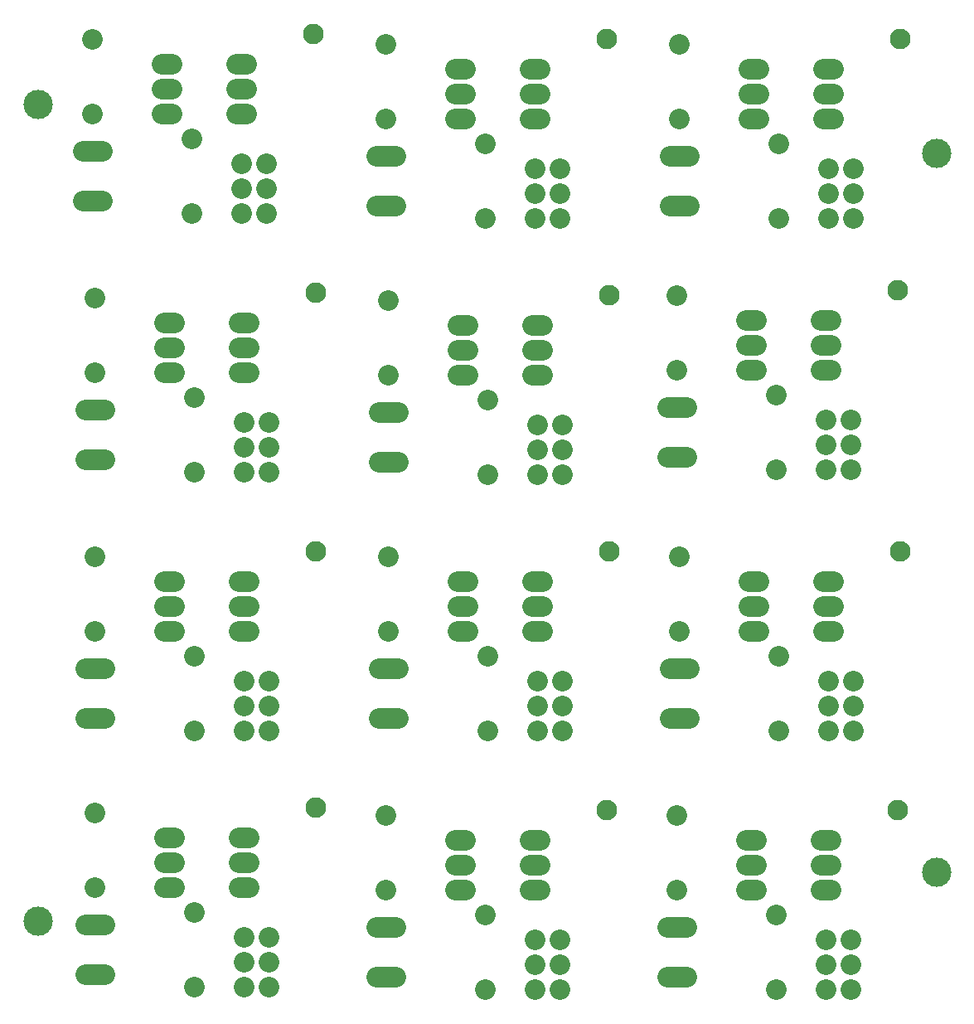
<source format=gbs>
G04 Layer: BottomSolderMaskLayer*
G04 EasyEDA v6.5.9, 2022-12-19 01:16:27*
G04 b9351db9c1bb4c489ec9b4c5568df8d6,5dd06754fdd742daa6fe38bf62b7df6b,10*
G04 Gerber Generator version 0.2*
G04 Scale: 100 percent, Rotated: No, Reflected: No *
G04 Dimensions in millimeters *
G04 leading zeros omitted , absolute positions ,4 integer and 5 decimal *
%FSLAX45Y45*%
%MOMM*%

%ADD10C,2.1016*%
%ADD11C,3.0000*%

%LPD*%
D10*
X4775200Y9017000D02*
G01*
X4775200Y9017000D01*
X4775200Y8255000D02*
G01*
X4775200Y8255000D01*
X3759200Y9271000D02*
G01*
X3759200Y9271000D01*
X3759200Y10033000D02*
G01*
X3759200Y10033000D01*
X5283200Y8763000D02*
G01*
X5283200Y8763000D01*
X5537200Y8763000D02*
G01*
X5537200Y8763000D01*
X5283200Y8509000D02*
G01*
X5283200Y8509000D01*
X5537200Y8509000D02*
G01*
X5537200Y8509000D01*
X5283200Y8255000D02*
G01*
X5283200Y8255000D01*
X5537200Y8255000D02*
G01*
X5537200Y8255000D01*
X3661079Y8887460D02*
G01*
X3857320Y8887460D01*
X3661079Y8384540D02*
G01*
X3857320Y8384540D01*
X4571199Y9779000D02*
G01*
X4471200Y9779000D01*
X4571199Y9525000D02*
G01*
X4471200Y9525000D01*
X5233200Y9525000D02*
G01*
X5333199Y9525000D01*
X5233200Y9779000D02*
G01*
X5333199Y9779000D01*
X4571199Y9271000D02*
G01*
X4471200Y9271000D01*
X5233200Y9271000D02*
G01*
X5333199Y9271000D01*
X7772400Y9017000D02*
G01*
X7772400Y9017000D01*
X7772400Y8255000D02*
G01*
X7772400Y8255000D01*
X6756400Y9271000D02*
G01*
X6756400Y9271000D01*
X6756400Y10033000D02*
G01*
X6756400Y10033000D01*
X8280400Y8763000D02*
G01*
X8280400Y8763000D01*
X8534400Y8763000D02*
G01*
X8534400Y8763000D01*
X8280400Y8509000D02*
G01*
X8280400Y8509000D01*
X8534400Y8509000D02*
G01*
X8534400Y8509000D01*
X8280400Y8255000D02*
G01*
X8280400Y8255000D01*
X8534400Y8255000D02*
G01*
X8534400Y8255000D01*
X6658279Y8887460D02*
G01*
X6854520Y8887460D01*
X6658279Y8384540D02*
G01*
X6854520Y8384540D01*
X7568399Y9779000D02*
G01*
X7468400Y9779000D01*
X7568399Y9525000D02*
G01*
X7468400Y9525000D01*
X8230400Y9525000D02*
G01*
X8330399Y9525000D01*
X8230400Y9779000D02*
G01*
X8330399Y9779000D01*
X7568399Y9271000D02*
G01*
X7468400Y9271000D01*
X8230400Y9271000D02*
G01*
X8330399Y9271000D01*
X7747000Y6451600D02*
G01*
X7747000Y6451600D01*
X7747000Y5689600D02*
G01*
X7747000Y5689600D01*
X6731000Y6705600D02*
G01*
X6731000Y6705600D01*
X6731000Y7467600D02*
G01*
X6731000Y7467600D01*
X8255000Y6197600D02*
G01*
X8255000Y6197600D01*
X8509000Y6197600D02*
G01*
X8509000Y6197600D01*
X8255000Y5943600D02*
G01*
X8255000Y5943600D01*
X8509000Y5943600D02*
G01*
X8509000Y5943600D01*
X8255000Y5689600D02*
G01*
X8255000Y5689600D01*
X8509000Y5689600D02*
G01*
X8509000Y5689600D01*
X6632879Y6322060D02*
G01*
X6829120Y6322060D01*
X6632879Y5819140D02*
G01*
X6829120Y5819140D01*
X7542999Y7213600D02*
G01*
X7443000Y7213600D01*
X7542999Y6959600D02*
G01*
X7443000Y6959600D01*
X8205000Y6959600D02*
G01*
X8304999Y6959600D01*
X8205000Y7213600D02*
G01*
X8304999Y7213600D01*
X7542999Y6705600D02*
G01*
X7443000Y6705600D01*
X8205000Y6705600D02*
G01*
X8304999Y6705600D01*
X4800600Y6400800D02*
G01*
X4800600Y6400800D01*
X4800600Y5638800D02*
G01*
X4800600Y5638800D01*
X3784600Y6654800D02*
G01*
X3784600Y6654800D01*
X3784600Y7416800D02*
G01*
X3784600Y7416800D01*
X5308600Y6146800D02*
G01*
X5308600Y6146800D01*
X5562600Y6146800D02*
G01*
X5562600Y6146800D01*
X5308600Y5892800D02*
G01*
X5308600Y5892800D01*
X5562600Y5892800D02*
G01*
X5562600Y5892800D01*
X5308600Y5638800D02*
G01*
X5308600Y5638800D01*
X5562600Y5638800D02*
G01*
X5562600Y5638800D01*
X3686479Y6271260D02*
G01*
X3882720Y6271260D01*
X3686479Y5768340D02*
G01*
X3882720Y5768340D01*
X4596599Y7162800D02*
G01*
X4496600Y7162800D01*
X4596599Y6908800D02*
G01*
X4496600Y6908800D01*
X5258600Y6908800D02*
G01*
X5358599Y6908800D01*
X5258600Y7162800D02*
G01*
X5358599Y7162800D01*
X4596599Y6654800D02*
G01*
X4496600Y6654800D01*
X5258600Y6654800D02*
G01*
X5358599Y6654800D01*
X1803400Y6426200D02*
G01*
X1803400Y6426200D01*
X1803400Y5664200D02*
G01*
X1803400Y5664200D01*
X787400Y6680200D02*
G01*
X787400Y6680200D01*
X787400Y7442200D02*
G01*
X787400Y7442200D01*
X2311400Y6172200D02*
G01*
X2311400Y6172200D01*
X2565400Y6172200D02*
G01*
X2565400Y6172200D01*
X2311400Y5918200D02*
G01*
X2311400Y5918200D01*
X2565400Y5918200D02*
G01*
X2565400Y5918200D01*
X2311400Y5664200D02*
G01*
X2311400Y5664200D01*
X2565400Y5664200D02*
G01*
X2565400Y5664200D01*
X689279Y6296660D02*
G01*
X885520Y6296660D01*
X689279Y5793740D02*
G01*
X885520Y5793740D01*
X1599399Y7188200D02*
G01*
X1499400Y7188200D01*
X1599399Y6934200D02*
G01*
X1499400Y6934200D01*
X2261400Y6934200D02*
G01*
X2361399Y6934200D01*
X2261400Y7188200D02*
G01*
X2361399Y7188200D01*
X1599399Y6680200D02*
G01*
X1499400Y6680200D01*
X2261400Y6680200D02*
G01*
X2361399Y6680200D01*
X1803400Y3784600D02*
G01*
X1803400Y3784600D01*
X1803400Y3022600D02*
G01*
X1803400Y3022600D01*
X787400Y4038600D02*
G01*
X787400Y4038600D01*
X787400Y4800600D02*
G01*
X787400Y4800600D01*
X2311400Y3530600D02*
G01*
X2311400Y3530600D01*
X2565400Y3530600D02*
G01*
X2565400Y3530600D01*
X2311400Y3276600D02*
G01*
X2311400Y3276600D01*
X2565400Y3276600D02*
G01*
X2565400Y3276600D01*
X2311400Y3022600D02*
G01*
X2311400Y3022600D01*
X2565400Y3022600D02*
G01*
X2565400Y3022600D01*
X689279Y3655060D02*
G01*
X885520Y3655060D01*
X689279Y3152140D02*
G01*
X885520Y3152140D01*
X1599399Y4546600D02*
G01*
X1499400Y4546600D01*
X1599399Y4292600D02*
G01*
X1499400Y4292600D01*
X2261400Y4292600D02*
G01*
X2361399Y4292600D01*
X2261400Y4546600D02*
G01*
X2361399Y4546600D01*
X1599399Y4038600D02*
G01*
X1499400Y4038600D01*
X2261400Y4038600D02*
G01*
X2361399Y4038600D01*
X4800600Y3784600D02*
G01*
X4800600Y3784600D01*
X4800600Y3022600D02*
G01*
X4800600Y3022600D01*
X3784600Y4038600D02*
G01*
X3784600Y4038600D01*
X3784600Y4800600D02*
G01*
X3784600Y4800600D01*
X5308600Y3530600D02*
G01*
X5308600Y3530600D01*
X5562600Y3530600D02*
G01*
X5562600Y3530600D01*
X5308600Y3276600D02*
G01*
X5308600Y3276600D01*
X5562600Y3276600D02*
G01*
X5562600Y3276600D01*
X5308600Y3022600D02*
G01*
X5308600Y3022600D01*
X5562600Y3022600D02*
G01*
X5562600Y3022600D01*
X3686479Y3655060D02*
G01*
X3882720Y3655060D01*
X3686479Y3152140D02*
G01*
X3882720Y3152140D01*
X4596599Y4546600D02*
G01*
X4496600Y4546600D01*
X4596599Y4292600D02*
G01*
X4496600Y4292600D01*
X5258600Y4292600D02*
G01*
X5358599Y4292600D01*
X5258600Y4546600D02*
G01*
X5358599Y4546600D01*
X4596599Y4038600D02*
G01*
X4496600Y4038600D01*
X5258600Y4038600D02*
G01*
X5358599Y4038600D01*
X7772400Y3784600D02*
G01*
X7772400Y3784600D01*
X7772400Y3022600D02*
G01*
X7772400Y3022600D01*
X6756400Y4038600D02*
G01*
X6756400Y4038600D01*
X6756400Y4800600D02*
G01*
X6756400Y4800600D01*
X8280400Y3530600D02*
G01*
X8280400Y3530600D01*
X8534400Y3530600D02*
G01*
X8534400Y3530600D01*
X8280400Y3276600D02*
G01*
X8280400Y3276600D01*
X8534400Y3276600D02*
G01*
X8534400Y3276600D01*
X8280400Y3022600D02*
G01*
X8280400Y3022600D01*
X8534400Y3022600D02*
G01*
X8534400Y3022600D01*
X6658279Y3655060D02*
G01*
X6854520Y3655060D01*
X6658279Y3152140D02*
G01*
X6854520Y3152140D01*
X7568399Y4546600D02*
G01*
X7468400Y4546600D01*
X7568399Y4292600D02*
G01*
X7468400Y4292600D01*
X8230400Y4292600D02*
G01*
X8330399Y4292600D01*
X8230400Y4546600D02*
G01*
X8330399Y4546600D01*
X7568399Y4038600D02*
G01*
X7468400Y4038600D01*
X8230400Y4038600D02*
G01*
X8330399Y4038600D01*
X7747000Y1143000D02*
G01*
X7747000Y1143000D01*
X7747000Y381000D02*
G01*
X7747000Y381000D01*
X6731000Y1397000D02*
G01*
X6731000Y1397000D01*
X6731000Y2159000D02*
G01*
X6731000Y2159000D01*
X8255000Y889000D02*
G01*
X8255000Y889000D01*
X8509000Y889000D02*
G01*
X8509000Y889000D01*
X8255000Y635000D02*
G01*
X8255000Y635000D01*
X8509000Y635000D02*
G01*
X8509000Y635000D01*
X8255000Y381000D02*
G01*
X8255000Y381000D01*
X8509000Y381000D02*
G01*
X8509000Y381000D01*
X6632879Y1013460D02*
G01*
X6829120Y1013460D01*
X6632879Y510540D02*
G01*
X6829120Y510540D01*
X7542999Y1905000D02*
G01*
X7443000Y1905000D01*
X7542999Y1651000D02*
G01*
X7443000Y1651000D01*
X8205000Y1651000D02*
G01*
X8304999Y1651000D01*
X8205000Y1905000D02*
G01*
X8304999Y1905000D01*
X7542999Y1397000D02*
G01*
X7443000Y1397000D01*
X8205000Y1397000D02*
G01*
X8304999Y1397000D01*
X4775200Y1143000D02*
G01*
X4775200Y1143000D01*
X4775200Y381000D02*
G01*
X4775200Y381000D01*
X3759200Y1397000D02*
G01*
X3759200Y1397000D01*
X3759200Y2159000D02*
G01*
X3759200Y2159000D01*
X5283200Y889000D02*
G01*
X5283200Y889000D01*
X5537200Y889000D02*
G01*
X5537200Y889000D01*
X5283200Y635000D02*
G01*
X5283200Y635000D01*
X5537200Y635000D02*
G01*
X5537200Y635000D01*
X5283200Y381000D02*
G01*
X5283200Y381000D01*
X5537200Y381000D02*
G01*
X5537200Y381000D01*
X3661079Y1013460D02*
G01*
X3857320Y1013460D01*
X3661079Y510540D02*
G01*
X3857320Y510540D01*
X4571199Y1905000D02*
G01*
X4471200Y1905000D01*
X4571199Y1651000D02*
G01*
X4471200Y1651000D01*
X5233200Y1651000D02*
G01*
X5333199Y1651000D01*
X5233200Y1905000D02*
G01*
X5333199Y1905000D01*
X4571199Y1397000D02*
G01*
X4471200Y1397000D01*
X5233200Y1397000D02*
G01*
X5333199Y1397000D01*
X1803400Y1168400D02*
G01*
X1803400Y1168400D01*
X1803400Y406400D02*
G01*
X1803400Y406400D01*
X787400Y1422400D02*
G01*
X787400Y1422400D01*
X787400Y2184400D02*
G01*
X787400Y2184400D01*
X2311400Y914400D02*
G01*
X2311400Y914400D01*
X2565400Y914400D02*
G01*
X2565400Y914400D01*
X2311400Y660400D02*
G01*
X2311400Y660400D01*
X2565400Y660400D02*
G01*
X2565400Y660400D01*
X2311400Y406400D02*
G01*
X2311400Y406400D01*
X2565400Y406400D02*
G01*
X2565400Y406400D01*
X689279Y1038860D02*
G01*
X885520Y1038860D01*
X689279Y535940D02*
G01*
X885520Y535940D01*
X1599399Y1930400D02*
G01*
X1499400Y1930400D01*
X1599399Y1676400D02*
G01*
X1499400Y1676400D01*
X2261400Y1676400D02*
G01*
X2361399Y1676400D01*
X2261400Y1930400D02*
G01*
X2361399Y1930400D01*
X1599399Y1422400D02*
G01*
X1499400Y1422400D01*
X2261400Y1422400D02*
G01*
X2361399Y1422400D01*
X1573999Y9829800D02*
G01*
X1474000Y9829800D01*
X1573999Y9575800D02*
G01*
X1474000Y9575800D01*
X2236000Y9575800D02*
G01*
X2335999Y9575800D01*
X2236000Y9829800D02*
G01*
X2335999Y9829800D01*
X1573999Y9321800D02*
G01*
X1474000Y9321800D01*
X2236000Y9321800D02*
G01*
X2335999Y9321800D01*
X663879Y8938260D02*
G01*
X860120Y8938260D01*
X663879Y8435340D02*
G01*
X860120Y8435340D01*
X2286000Y8813800D02*
G01*
X2286000Y8813800D01*
X2540000Y8813800D02*
G01*
X2540000Y8813800D01*
X2286000Y8559800D02*
G01*
X2286000Y8559800D01*
X2540000Y8559800D02*
G01*
X2540000Y8559800D01*
X2286000Y8305800D02*
G01*
X2286000Y8305800D01*
X2540000Y8305800D02*
G01*
X2540000Y8305800D01*
X762000Y9321800D02*
G01*
X762000Y9321800D01*
X762000Y10083800D02*
G01*
X762000Y10083800D01*
X1778000Y9067800D02*
G01*
X1778000Y9067800D01*
X1778000Y8305800D02*
G01*
X1778000Y8305800D01*
G01*
X3022600Y10134600D03*
G01*
X6019800Y10083800D03*
G01*
X9017000Y10083800D03*
G01*
X8991600Y7518400D03*
G01*
X6045200Y7467600D03*
G01*
X3048000Y7493000D03*
G01*
X3048000Y4851400D03*
G01*
X6045200Y4851400D03*
G01*
X9017000Y4851400D03*
G01*
X8991600Y2209800D03*
G01*
X6019800Y2209800D03*
G01*
X3048000Y2235200D03*
D11*
G01*
X206400Y9414002D03*
G01*
X9384598Y8914003D03*
G01*
X206400Y1078798D03*
G01*
X9384598Y1578797D03*
M02*

</source>
